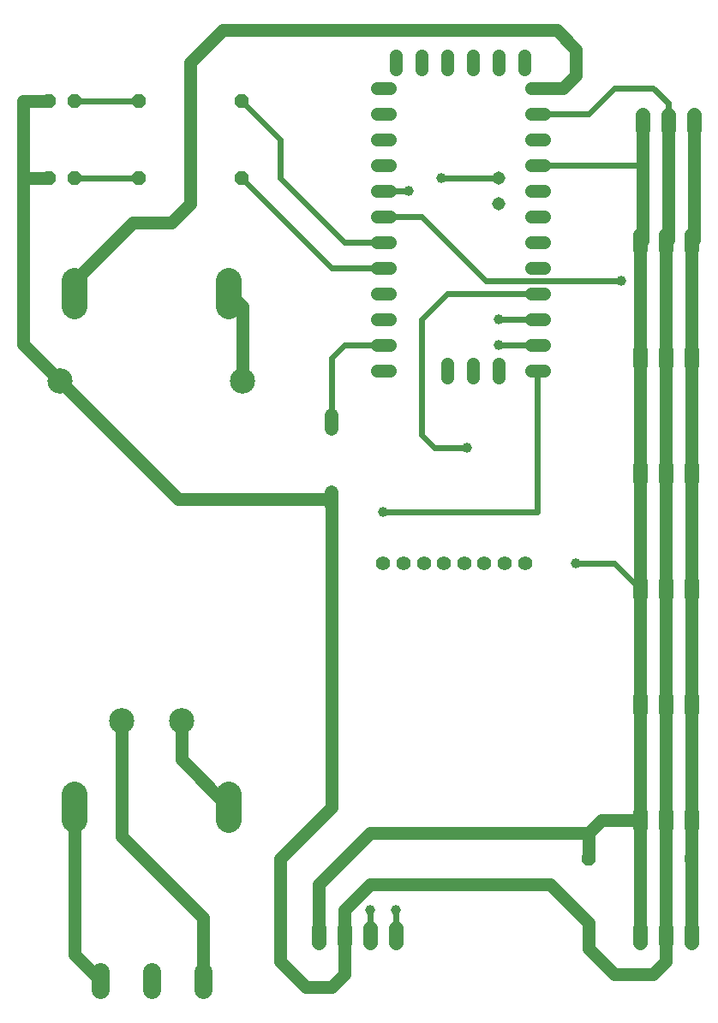
<source format=gbr>
G04 EAGLE Gerber RS-274X export*
G75*
%MOMM*%
%FSLAX34Y34*%
%LPD*%
%INBottom Copper*%
%IPPOS*%
%AMOC8*
5,1,8,0,0,1.08239X$1,22.5*%
G01*
%ADD10C,2.540000*%
%ADD11C,1.422400*%
%ADD12P,1.429621X8X202.500000*%
%ADD13P,1.429621X8X22.500000*%
%ADD14C,1.320800*%
%ADD15C,1.308000*%
%ADD16C,1.308000*%
%ADD17R,1.308000X1.308000*%
%ADD18C,1.790700*%
%ADD19C,1.422400*%
%ADD20C,1.270000*%
%ADD21C,0.609600*%
%ADD22C,1.000000*%
%ADD23C,2.500000*%


D10*
X101600Y190500D02*
X101600Y215900D01*
X254000Y215900D02*
X254000Y190500D01*
X254000Y698500D02*
X254000Y723900D01*
X101600Y723900D02*
X101600Y698500D01*
D11*
X662305Y873633D02*
X662305Y887857D01*
X687705Y887857D02*
X687705Y873633D01*
X713105Y873633D02*
X713105Y887857D01*
X660400Y769747D02*
X660400Y755523D01*
X685800Y755523D02*
X685800Y769747D01*
X711200Y769747D02*
X711200Y755523D01*
X660400Y654812D02*
X660400Y640588D01*
X685800Y640588D02*
X685800Y654812D01*
X711200Y654812D02*
X711200Y640588D01*
X660400Y540512D02*
X660400Y526288D01*
X685800Y526288D02*
X685800Y540512D01*
X711200Y540512D02*
X711200Y526288D01*
X660400Y426212D02*
X660400Y411988D01*
X685800Y411988D02*
X685800Y426212D01*
X711200Y426212D02*
X711200Y411988D01*
X660400Y311912D02*
X660400Y297688D01*
X685800Y297688D02*
X685800Y311912D01*
X711200Y311912D02*
X711200Y297688D01*
X660400Y197612D02*
X660400Y183388D01*
X685800Y183388D02*
X685800Y197612D01*
X711200Y197612D02*
X711200Y183388D01*
X660400Y83312D02*
X660400Y69088D01*
X685800Y69088D02*
X685800Y83312D01*
X711200Y83312D02*
X711200Y69088D01*
X342900Y69088D02*
X342900Y83312D01*
X368300Y83312D02*
X368300Y69088D01*
X393700Y69088D02*
X393700Y83312D01*
X419100Y83312D02*
X419100Y69088D01*
D12*
X101600Y901700D03*
X76200Y901700D03*
X101600Y825500D03*
X76200Y825500D03*
D13*
X165100Y901700D03*
X266700Y901700D03*
X165100Y825500D03*
X266700Y825500D03*
X609600Y152400D03*
X711200Y152400D03*
D14*
X355600Y501396D02*
X355600Y514604D01*
X355600Y577596D02*
X355600Y590804D01*
D15*
X419100Y933260D02*
X419100Y946340D01*
X444500Y946340D02*
X444500Y933260D01*
X469900Y933260D02*
X469900Y946340D01*
X495300Y946340D02*
X495300Y933260D01*
X520700Y933260D02*
X520700Y946340D01*
X546100Y946340D02*
X546100Y933260D01*
X412940Y914400D02*
X399860Y914400D01*
X399860Y889000D02*
X412940Y889000D01*
X412940Y863600D02*
X399860Y863600D01*
X399860Y838200D02*
X412940Y838200D01*
X412940Y812800D02*
X399860Y812800D01*
X399860Y787400D02*
X412940Y787400D01*
X412940Y762000D02*
X399860Y762000D01*
X399860Y736600D02*
X412940Y736600D01*
X412940Y711200D02*
X399860Y711200D01*
X399860Y685800D02*
X412940Y685800D01*
X412940Y660400D02*
X399860Y660400D01*
X399860Y635000D02*
X412940Y635000D01*
X552260Y914400D02*
X565340Y914400D01*
X565340Y889000D02*
X552260Y889000D01*
X552260Y863600D02*
X565340Y863600D01*
X565340Y838200D02*
X552260Y838200D01*
X552260Y812800D02*
X565340Y812800D01*
X565340Y787400D02*
X552260Y787400D01*
X552260Y762000D02*
X565340Y762000D01*
X565340Y736600D02*
X552260Y736600D01*
X552260Y711200D02*
X565340Y711200D01*
X565340Y685800D02*
X552260Y685800D01*
X552260Y660400D02*
X565340Y660400D01*
X565340Y635000D02*
X552260Y635000D01*
X520700Y641540D02*
X520700Y628460D01*
X495300Y628460D02*
X495300Y641540D01*
X469900Y641540D02*
X469900Y628460D01*
D16*
X520700Y825500D03*
X520700Y800100D03*
D17*
X207100Y288700D03*
X148100Y288700D03*
X87100Y624700D03*
X267100Y624700D03*
D18*
X127000Y40704D02*
X127000Y22797D01*
X177800Y22797D02*
X177800Y40704D01*
X228600Y40704D02*
X228600Y22797D01*
D19*
X546250Y444500D03*
X526250Y444500D03*
X506250Y444500D03*
X486250Y444500D03*
X466250Y444500D03*
X446250Y444500D03*
X426250Y444500D03*
X406250Y444500D03*
D20*
X660400Y190500D02*
X660400Y76200D01*
X660400Y304800D02*
X660400Y419100D01*
X660400Y304800D02*
X660400Y190500D01*
X660400Y419100D02*
X660400Y533400D01*
X660400Y647700D01*
X660400Y762000D02*
X660400Y762635D01*
X660400Y762000D02*
X660400Y647700D01*
X662305Y838200D02*
X662305Y880745D01*
X662305Y838200D02*
X662305Y763905D01*
X660400Y762000D01*
X342900Y127000D02*
X342900Y76200D01*
X342900Y127000D02*
X393700Y177800D01*
D21*
X558800Y838200D02*
X662305Y838200D01*
X635000Y444500D02*
X660400Y419100D01*
X635000Y444500D02*
X596900Y444500D01*
D22*
X596900Y444500D03*
D20*
X622300Y190500D02*
X660400Y190500D01*
X622300Y190500D02*
X609600Y177800D01*
X609600Y152400D01*
X609600Y177800D02*
X393700Y177800D01*
X101600Y711200D02*
X101600Y723900D01*
X158750Y781050D01*
X196850Y781050D02*
X215900Y800100D01*
X215900Y939800D01*
X247650Y971550D02*
X577850Y971550D01*
X596900Y952500D01*
X596900Y927100D02*
X584200Y914400D01*
X558800Y914400D01*
X196850Y781050D02*
X158750Y781050D01*
X215900Y939800D02*
X247650Y971550D01*
X596900Y952500D02*
X596900Y927100D01*
X267100Y698100D02*
X267100Y624700D01*
X267100Y698100D02*
X254000Y711200D01*
X685800Y190500D02*
X685800Y76200D01*
X685800Y304800D02*
X685800Y419100D01*
X685800Y304800D02*
X685800Y190500D01*
X685800Y647700D02*
X685800Y762635D01*
X685800Y647700D02*
X685800Y533400D01*
X685800Y488950D01*
X685800Y419100D01*
X685800Y762635D02*
X687705Y764540D01*
X687705Y880745D01*
X368300Y101600D02*
X368300Y76200D01*
X368300Y101600D02*
X393700Y127000D01*
X571500Y127000D01*
X609600Y88900D01*
X609600Y63500D01*
X635000Y38100D01*
X673100Y38100D02*
X685800Y50800D01*
X685800Y76200D01*
X673100Y38100D02*
X635000Y38100D01*
X203800Y508000D02*
X87100Y624700D01*
X203800Y508000D02*
X355600Y508000D01*
X355600Y203200D01*
X304800Y152400D01*
X304800Y50800D01*
X330200Y25400D01*
X355600Y25400D01*
X368300Y38100D01*
X368300Y76200D01*
X87100Y624700D02*
X50800Y661000D01*
X50800Y825500D01*
X50800Y901700D01*
X76200Y901700D01*
X76200Y825500D02*
X50800Y825500D01*
D21*
X558800Y889000D02*
X609600Y889000D01*
X635000Y914400D01*
X673100Y914400D01*
X687705Y899795D02*
X687705Y880745D01*
X687705Y899795D02*
X673100Y914400D01*
D22*
X685800Y488950D03*
D20*
X101600Y203200D02*
X101600Y57150D01*
X127000Y31750D01*
X207100Y250100D02*
X207100Y288700D01*
X207100Y250100D02*
X254000Y203200D01*
X228600Y93980D02*
X228600Y31750D01*
X228600Y93980D02*
X148100Y174480D01*
X148100Y288700D01*
X711200Y190500D02*
X711200Y76200D01*
X711200Y304800D02*
X711200Y419100D01*
X711200Y304800D02*
X711200Y190500D01*
X711200Y419100D02*
X711200Y533400D01*
X711200Y647700D01*
X711200Y723900D01*
X711200Y762635D01*
X713105Y764540D01*
X713105Y880745D01*
D21*
X444500Y787400D02*
X406400Y787400D01*
X508000Y723900D02*
X641350Y723900D01*
D22*
X641350Y723900D03*
X711200Y723900D03*
D21*
X508000Y723900D02*
X444500Y787400D01*
X165100Y901700D02*
X101600Y901700D01*
X101600Y825500D02*
X165100Y825500D01*
X368300Y762000D02*
X406400Y762000D01*
X368300Y762000D02*
X304800Y825500D01*
X304800Y863600D01*
X266700Y901700D01*
X266700Y825500D02*
X355600Y736600D01*
X406400Y736600D01*
X355600Y647700D02*
X355600Y584200D01*
X355600Y647700D02*
X368300Y660400D01*
X406400Y660400D01*
D22*
X393700Y101600D03*
D21*
X393700Y76200D01*
D23*
X147955Y288925D03*
X207010Y288925D03*
X86995Y624840D03*
X267335Y624840D03*
D21*
X419100Y101600D02*
X419100Y76200D01*
D22*
X419100Y101600D03*
X463550Y825500D03*
D21*
X520700Y825500D01*
D22*
X431800Y812800D03*
D21*
X406400Y812800D01*
D22*
X406400Y495300D03*
D21*
X558800Y495300D01*
X558800Y635000D01*
D22*
X520700Y660400D03*
D21*
X558800Y660400D01*
D22*
X520700Y685800D03*
D21*
X558800Y685800D01*
D22*
X488950Y558800D03*
D21*
X457200Y558800D01*
X444500Y571500D01*
X444500Y685800D01*
X469900Y711200D01*
X558800Y711200D01*
M02*

</source>
